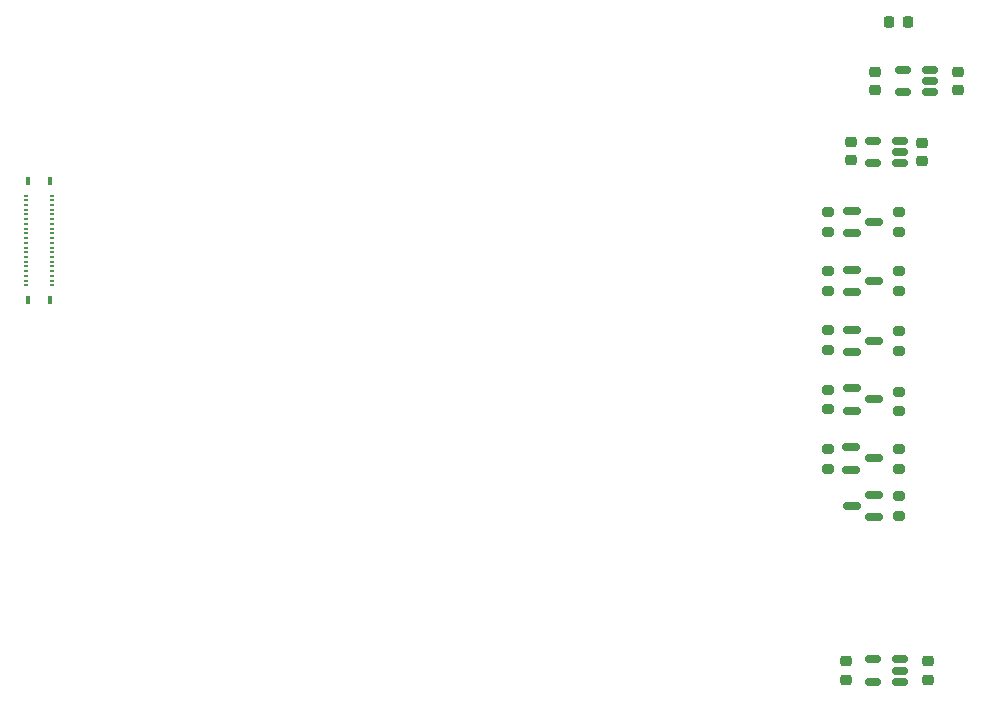
<source format=gbr>
%TF.GenerationSoftware,KiCad,Pcbnew,9.0.2*%
%TF.CreationDate,2025-07-03T12:00:23+02:00*%
%TF.ProjectId,gp-bbq20kbd-breakout-board,67702d62-6271-4323-906b-62642d627265,rev?*%
%TF.SameCoordinates,Original*%
%TF.FileFunction,Paste,Top*%
%TF.FilePolarity,Positive*%
%FSLAX46Y46*%
G04 Gerber Fmt 4.6, Leading zero omitted, Abs format (unit mm)*
G04 Created by KiCad (PCBNEW 9.0.2) date 2025-07-03 12:00:23*
%MOMM*%
%LPD*%
G01*
G04 APERTURE LIST*
G04 Aperture macros list*
%AMRoundRect*
0 Rectangle with rounded corners*
0 $1 Rounding radius*
0 $2 $3 $4 $5 $6 $7 $8 $9 X,Y pos of 4 corners*
0 Add a 4 corners polygon primitive as box body*
4,1,4,$2,$3,$4,$5,$6,$7,$8,$9,$2,$3,0*
0 Add four circle primitives for the rounded corners*
1,1,$1+$1,$2,$3*
1,1,$1+$1,$4,$5*
1,1,$1+$1,$6,$7*
1,1,$1+$1,$8,$9*
0 Add four rect primitives between the rounded corners*
20,1,$1+$1,$2,$3,$4,$5,0*
20,1,$1+$1,$4,$5,$6,$7,0*
20,1,$1+$1,$6,$7,$8,$9,0*
20,1,$1+$1,$8,$9,$2,$3,0*%
G04 Aperture macros list end*
%ADD10RoundRect,0.150000X-0.587500X-0.150000X0.587500X-0.150000X0.587500X0.150000X-0.587500X0.150000X0*%
%ADD11RoundRect,0.150000X0.512500X0.150000X-0.512500X0.150000X-0.512500X-0.150000X0.512500X-0.150000X0*%
%ADD12RoundRect,0.225000X-0.250000X0.225000X-0.250000X-0.225000X0.250000X-0.225000X0.250000X0.225000X0*%
%ADD13RoundRect,0.200000X0.275000X-0.200000X0.275000X0.200000X-0.275000X0.200000X-0.275000X-0.200000X0*%
%ADD14R,0.431800X0.254000*%
%ADD15R,0.330200X0.762000*%
%ADD16RoundRect,0.218750X-0.218750X-0.256250X0.218750X-0.256250X0.218750X0.256250X-0.218750X0.256250X0*%
%ADD17RoundRect,0.225000X0.250000X-0.225000X0.250000X0.225000X-0.250000X0.225000X-0.250000X-0.225000X0*%
%ADD18RoundRect,0.200000X-0.275000X0.200000X-0.275000X-0.200000X0.275000X-0.200000X0.275000X0.200000X0*%
%ADD19RoundRect,0.150000X0.587500X0.150000X-0.587500X0.150000X-0.587500X-0.150000X0.587500X-0.150000X0*%
G04 APERTURE END LIST*
D10*
%TO.C,Q3*%
X171062500Y-81050000D03*
X171062500Y-82950000D03*
X172937500Y-82000000D03*
%TD*%
D11*
%TO.C,U3*%
X175137500Y-110862500D03*
X175137500Y-109912500D03*
X175137500Y-108962500D03*
X172862500Y-108962500D03*
X172862500Y-110862500D03*
%TD*%
D12*
%TO.C,C3*%
X177000000Y-65225000D03*
X177000000Y-66775000D03*
%TD*%
D13*
%TO.C,R9*%
X175000000Y-92825000D03*
X175000000Y-91175000D03*
%TD*%
%TO.C,R6*%
X169000000Y-82775000D03*
X169000000Y-81125000D03*
%TD*%
%TO.C,R7*%
X175000000Y-87950000D03*
X175000000Y-86300000D03*
%TD*%
%TO.C,R3*%
X175000000Y-77775000D03*
X175000000Y-76125000D03*
%TD*%
D10*
%TO.C,Q4*%
X171062500Y-86000000D03*
X171062500Y-87900000D03*
X172937500Y-86950000D03*
%TD*%
D14*
%TO.C,J8*%
X101116200Y-77300000D03*
X101116200Y-76899998D03*
X101116200Y-76499999D03*
X101116200Y-76100000D03*
X101116200Y-75700001D03*
X101116200Y-75299999D03*
X101116200Y-74900000D03*
X101116200Y-74500001D03*
X101116200Y-74099999D03*
X101116200Y-73700000D03*
X101116200Y-73300000D03*
X101116200Y-72900001D03*
X101116200Y-72499999D03*
X101116200Y-72100000D03*
X101116200Y-71700001D03*
X101116200Y-71299999D03*
X101116200Y-70900000D03*
X101116200Y-70500001D03*
X101116200Y-70099999D03*
X101116200Y-69700000D03*
X103296200Y-77300000D03*
X103296200Y-76899998D03*
X103296200Y-76499999D03*
X103296200Y-76100000D03*
X103296200Y-75700001D03*
X103296200Y-75299999D03*
X103296200Y-74900000D03*
X103296200Y-74500001D03*
X103296200Y-74099999D03*
X103296200Y-73700000D03*
X103296200Y-73300000D03*
X103296200Y-72900001D03*
X103296200Y-72499999D03*
X103296200Y-72100000D03*
X103296200Y-71700001D03*
X103296200Y-71299999D03*
X103296200Y-70900000D03*
X103296200Y-70500001D03*
X103296200Y-70099999D03*
X103296200Y-69700000D03*
D15*
X103131199Y-78510000D03*
X103131199Y-68490000D03*
X101281200Y-78510000D03*
X101281200Y-68490000D03*
%TD*%
D16*
%TO.C,D1*%
X174212500Y-55000000D03*
X175787500Y-55000000D03*
%TD*%
D13*
%TO.C,R2*%
X169000000Y-72775000D03*
X169000000Y-71125000D03*
%TD*%
D10*
%TO.C,Q2*%
X171062500Y-76000000D03*
X171062500Y-77900000D03*
X172937500Y-76950000D03*
%TD*%
%TO.C,Q1*%
X171062500Y-71000000D03*
X171062500Y-72900000D03*
X172937500Y-71950000D03*
%TD*%
D17*
%TO.C,C6*%
X170500000Y-110687500D03*
X170500000Y-109137500D03*
%TD*%
D10*
%TO.C,Q5*%
X171000000Y-91000000D03*
X171000000Y-92900000D03*
X172875000Y-91950000D03*
%TD*%
D13*
%TO.C,R4*%
X169000000Y-77775000D03*
X169000000Y-76125000D03*
%TD*%
D17*
%TO.C,C4*%
X171000000Y-66725000D03*
X171000000Y-65175000D03*
%TD*%
D13*
%TO.C,R10*%
X169000000Y-92825000D03*
X169000000Y-91175000D03*
%TD*%
%TO.C,R5*%
X175000000Y-82825000D03*
X175000000Y-81175000D03*
%TD*%
D11*
%TO.C,U1*%
X177637500Y-60950000D03*
X177637500Y-60000000D03*
X177637500Y-59050000D03*
X175362500Y-59050000D03*
X175362500Y-60950000D03*
%TD*%
D17*
%TO.C,C5*%
X177500000Y-110687500D03*
X177500000Y-109137500D03*
%TD*%
D11*
%TO.C,U2*%
X175137500Y-66950000D03*
X175137500Y-66000000D03*
X175137500Y-65050000D03*
X172862500Y-65050000D03*
X172862500Y-66950000D03*
%TD*%
D18*
%TO.C,R11*%
X175000000Y-95175000D03*
X175000000Y-96825000D03*
%TD*%
D13*
%TO.C,R1*%
X175000000Y-72775000D03*
X175000000Y-71125000D03*
%TD*%
D12*
%TO.C,C1*%
X180000000Y-59225000D03*
X180000000Y-60775000D03*
%TD*%
D19*
%TO.C,Q6*%
X172937500Y-96950000D03*
X172937500Y-95050000D03*
X171062500Y-96000000D03*
%TD*%
D17*
%TO.C,C2*%
X173000000Y-60775000D03*
X173000000Y-59225000D03*
%TD*%
D13*
%TO.C,R8*%
X169000000Y-87775000D03*
X169000000Y-86125000D03*
%TD*%
M02*

</source>
